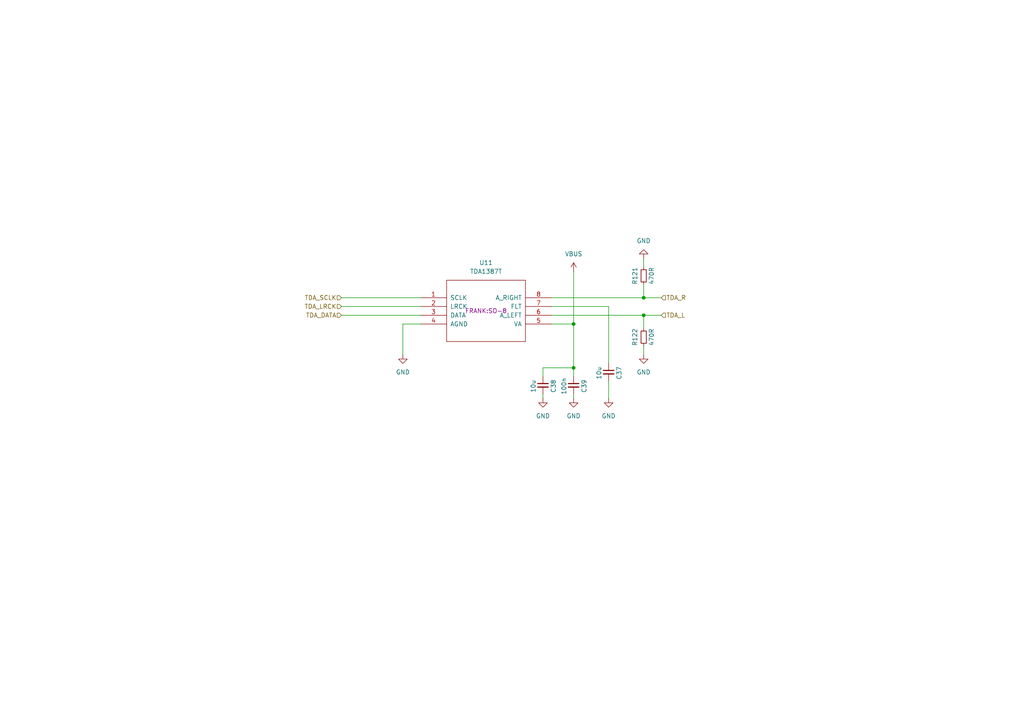
<source format=kicad_sch>
(kicad_sch (version 20250114) (generator "eeschema") (generator_version "9.0")
  (paper "A4")
  (title_block (title "TurboFRANK") (date "2025-04-04") (rev "1.05") (company "Mikhail Matveev") (comment 1 "https://github.com/xtremespb/frank"))
  (lib_symbols
    (symbol "Device:C_Small" (pin_numbers (hide yes)) (pin_names (offset 0.254) (hide yes))
      (property "Reference" "C" (at 0.254 1.778 0))
      (property "Value" "C_Small" (at 0.254 -2.032 0))
      (symbol "C_Small_0_1"
        (polyline (pts (xy -1.524 0.508) (xy 1.524 0.508)) (stroke (width 0.3048)))
        (polyline (pts (xy -1.524 -0.508) (xy 1.524 -0.508)) (stroke (width 0.3302)))
      )
      (symbol "C_Small_1_1"
        (pin passive line (at 0 2.54 270) (length 2.032) (name "~") (number "1"))
        (pin passive line (at 0 -2.54 90) (length 2.032) (name "~") (number "2"))
      )
    )
    (symbol "Device:R_Small" (pin_numbers (hide yes)) (pin_names (offset 0.254) (hide yes))
      (property "Reference" "R" (at 0.762 0.508 0))
      (property "Value" "R_Small" (at 0.762 -1.016 0))
      (symbol "R_Small_0_1"
        (rectangle (start -0.762 1.778) (end 0.762 -1.778) (stroke (width 0.2032)))
      )
      (symbol "R_Small_1_1"
        (pin passive line (at 0 2.54 270) (length 0.762) (name "~") (number "1"))
        (pin passive line (at 0 -2.54 90) (length 0.762) (name "~") (number "2"))
      )
    )
    (symbol "FRANK:TDA1387T" (pin_names (offset 1.016))
      (property "Reference" "TDA1" (at 0 13.97 0))
      (property "Value" "TDA1387T" (at 0 11.43 0))
      (symbol "TDA1387T_1_0"
        (rectangle (start -11.43 -8.89) (end 11.43 8.89))
      )
      (symbol "TDA1387T_1_1"
        (pin input line (at -19.05 3.81 0) (length 7.62) (name "SCLK") (number "1"))
        (pin input line (at -19.05 1.27 0) (length 7.62) (name "LRCK") (number "2"))
        (pin input line (at -19.05 -1.27 0) (length 7.62) (name "DATA") (number "3"))
        (pin input line (at -19.05 -3.81 0) (length 7.62) (name "AGND") (number "4"))
        (pin input line (at 19.05 3.81 180) (length 7.62) (name "A_RIGHT") (number "8"))
        (pin input line (at 19.05 1.27 180) (length 7.62) (name "FLT") (number "7"))
        (pin input line (at 19.05 -1.27 180) (length 7.62) (name "A_LEFT") (number "6"))
        (pin input line (at 19.05 -3.81 180) (length 7.62) (name "VA") (number "5"))
      )
    )
    (symbol "power:GND" (power) (pin_numbers (hide yes)) (pin_names (offset 0) (hide yes))
      (property "Value" "GND" (at 0 -3.81 0))
      (symbol "GND_0_1"
        (polyline (pts (xy 0 0) (xy 0 -1.27) (xy 1.27 -1.27) (xy 0 -2.54) (xy -1.27 -1.27) (xy 0 -1.27)))
      )
      (symbol "GND_1_1"
        (pin power_in line (at 0 0 270) (length 0) (name "~") (number "1"))
      )
    )
    (symbol "power:VBUS" (power) (pin_numbers (hide yes)) (pin_names (offset 0) (hide yes))
      (property "Value" "VBUS" (at 0 3.556 0))
      (symbol "VBUS_0_1"
        (polyline (pts (xy -0.762 1.27) (xy 0 2.54)))
        (polyline (pts (xy 0 2.54) (xy 0.762 1.27)))
        (polyline (pts (xy 0 0) (xy 0 2.54)))
      )
      (symbol "VBUS_1_1"
        (pin power_in line (at 0 0 90) (length 0) (name "~") (number "1"))
      )
    )
  )
  (junction (at 186.69 86.36))
  (junction (at 186.69 91.44))
  (junction (at 166.37 106.68))
  (junction (at 166.37 93.98))
  (wire (pts (xy 176.53 88.9) (xy 176.53 105.41)))
  (wire (pts (xy 186.69 86.36) (xy 191.77 86.36)))
  (wire (pts (xy 186.69 91.44) (xy 186.69 95.25)))
  (wire (pts (xy 160.02 93.98) (xy 166.37 93.98)))
  (wire (pts (xy 157.48 115.57) (xy 157.48 114.3)))
  (wire (pts (xy 186.69 74.93) (xy 186.69 77.47)))
  (wire (pts (xy 99.06 91.44) (xy 121.92 91.44)))
  (wire (pts (xy 157.48 106.68) (xy 166.37 106.68)))
  (wire (pts (xy 176.53 88.9) (xy 160.02 88.9)))
  (wire (pts (xy 166.37 114.3) (xy 166.37 115.57)))
  (wire (pts (xy 99.06 86.36) (xy 121.92 86.36)))
  (wire (pts (xy 116.84 93.98) (xy 116.84 102.87)))
  (wire (pts (xy 166.37 93.98) (xy 166.37 106.68)))
  (wire (pts (xy 186.69 91.44) (xy 191.77 91.44)))
  (wire (pts (xy 160.02 86.36) (xy 186.69 86.36)))
  (wire (pts (xy 166.37 78.74) (xy 166.37 93.98)))
  (wire (pts (xy 157.48 109.22) (xy 157.48 106.68)))
  (wire (pts (xy 121.92 93.98) (xy 116.84 93.98)))
  (wire (pts (xy 166.37 106.68) (xy 166.37 109.22)))
  (wire (pts (xy 99.06 88.9) (xy 121.92 88.9)))
  (wire (pts (xy 186.69 102.87) (xy 186.69 100.33)))
  (wire (pts (xy 186.69 82.55) (xy 186.69 86.36)))
  (wire (pts (xy 160.02 91.44) (xy 186.69 91.44)))
  (wire (pts (xy 176.53 115.57) (xy 176.53 110.49)))
  (hierarchical_label "TDA_LRCK" (shape input) (at 99.06 88.9 180))
  (hierarchical_label "TDA_R" (shape input) (at 191.77 86.36 0))
  (hierarchical_label "TDA_DATA" (shape input) (at 99.06 91.44 180))
  (hierarchical_label "TDA_SCLK" (shape input) (at 99.06 86.36 180))
  (hierarchical_label "TDA_L" (shape input) (at 191.77 91.44 0))
  (symbol (lib_id "power:VBUS") (at 166.37 78.74 0) (unit 1)
    (property "Reference" "#PWR0128" (effects (hide yes)))
    (property "Value" "VBUS" (at 166.37 73.66 0))
    (property "Description" "Power symbol creates a global label with name \"VBUS\"" (effects (hide yes)))
  )
  (symbol (lib_id "FRANK:TDA1387T") (at 140.97 90.17 0) (unit 1)
    (property "Reference" "U11" (at 140.97 76.2 0))
    (property "Value" "TDA1387T" (at 140.97 78.74 0))
    (property "Footprint" "FRANK:SO-8" (at 140.97 90.17 0))
    (property "Datasheet" "DOCUMENTATION" (effects (hide yes)))
    (property "AliExpress" "https://www.aliexpress.com/item/32995595000.html" (effects (hide yes)))
  )
  (symbol (lib_id "Device:C_Small") (at 166.37 111.76 0) (unit 1)
    (property "Reference" "C39" (at 169.418 112.014 90))
    (property "Value" "100n" (at 163.576 112.014 90))
    (property "Footprint" "FRANK:Capacitor (0805)" (effects (hide yes)))
    (property "Description" "Unpolarized capacitor, small symbol" (effects (hide yes)))
    (property "AliExpress" "https://www.aliexpress.com/item/33008008276.html" (effects (hide yes)))
  )
  (symbol (lib_id "Device:R_Small") (at 186.69 97.79 180) (unit 1)
    (property "Reference" "R122" (at 184.15 97.79 90))
    (property "Value" "470R" (at 188.976 97.79 90))
    (property "Footprint" "FRANK:Resistor (0805)" (effects (hide yes)))
    (property "Description" "Resistor, small symbol" (effects (hide yes)))
    (property "AliExpress" "https://www.aliexpress.com/item/1005005945735199.html" (effects (hide yes)))
  )
  (symbol (lib_id "power:GND") (at 186.69 102.87 0) (unit 1)
    (property "Reference" "#PWR0130" (effects (hide yes)))
    (property "Value" "GND" (at 186.69 107.95 0))
    (property "Description" "Power symbol creates a global label with name \"GND\" , ground" (effects (hide yes)))
  )
  (symbol (lib_id "power:GND") (at 186.69 74.93 180) (unit 1)
    (property "Reference" "#PWR0127" (effects (hide yes)))
    (property "Value" "GND" (at 186.69 69.85 0))
    (property "Description" "Power symbol creates a global label with name \"GND\" , ground" (effects (hide yes)))
  )
  (symbol (lib_id "Device:R_Small") (at 186.69 80.01 180) (unit 1)
    (property "Reference" "R121" (at 184.15 80.01 90))
    (property "Value" "470R" (at 188.976 80.01 90))
    (property "Footprint" "FRANK:Resistor (0805)" (effects (hide yes)))
    (property "Description" "Resistor, small symbol" (effects (hide yes)))
    (property "AliExpress" "https://www.aliexpress.com/item/1005005945735199.html" (effects (hide yes)))
  )
  (symbol (lib_id "power:GND") (at 116.84 102.87 0) (unit 1)
    (property "Reference" "#PWR0129" (effects (hide yes)))
    (property "Value" "GND" (at 116.84 107.95 0))
    (property "Description" "Power symbol creates a global label with name \"GND\" , ground" (effects (hide yes)))
  )
  (symbol (lib_id "power:GND") (at 166.37 115.57 0) (unit 1)
    (property "Reference" "#PWR0132" (effects (hide yes)))
    (property "Value" "GND" (at 166.37 120.65 0))
    (property "Description" "Power symbol creates a global label with name \"GND\" , ground" (effects (hide yes)))
  )
  (symbol (lib_id "Device:C_Small") (at 176.53 107.95 0) (unit 1)
    (property "Reference" "C37" (at 179.578 108.204 90))
    (property "Value" "10u" (at 173.736 108.204 90))
    (property "Footprint" "FRANK:Capacitor (0805)" (effects (hide yes)))
    (property "Description" "Unpolarized capacitor, small symbol" (effects (hide yes)))
    (property "AliExpress" "https://www.aliexpress.com/item/33008008276.html" (effects (hide yes)))
  )
  (symbol (lib_id "power:GND") (at 157.48 115.57 0) (unit 1)
    (property "Reference" "#PWR0131" (effects (hide yes)))
    (property "Value" "GND" (at 157.48 120.65 0))
    (property "Description" "Power symbol creates a global label with name \"GND\" , ground" (effects (hide yes)))
  )
  (symbol (lib_id "Device:C_Small") (at 157.48 111.76 0) (unit 1)
    (property "Reference" "C38" (at 160.528 112.014 90))
    (property "Value" "10u" (at 154.686 112.014 90))
    (property "Footprint" "FRANK:Capacitor (0805)" (effects (hide yes)))
    (property "Description" "Unpolarized capacitor, small symbol" (effects (hide yes)))
    (property "AliExpress" "https://www.aliexpress.com/item/33008008276.html" (effects (hide yes)))
  )
  (symbol (lib_id "power:GND") (at 176.53 115.57 0) (unit 1)
    (property "Reference" "#PWR0133" (effects (hide yes)))
    (property "Value" "GND" (at 176.53 120.65 0))
    (property "Description" "Power symbol creates a global label with name \"GND\" , ground" (effects (hide yes)))
  )
)
</source>
